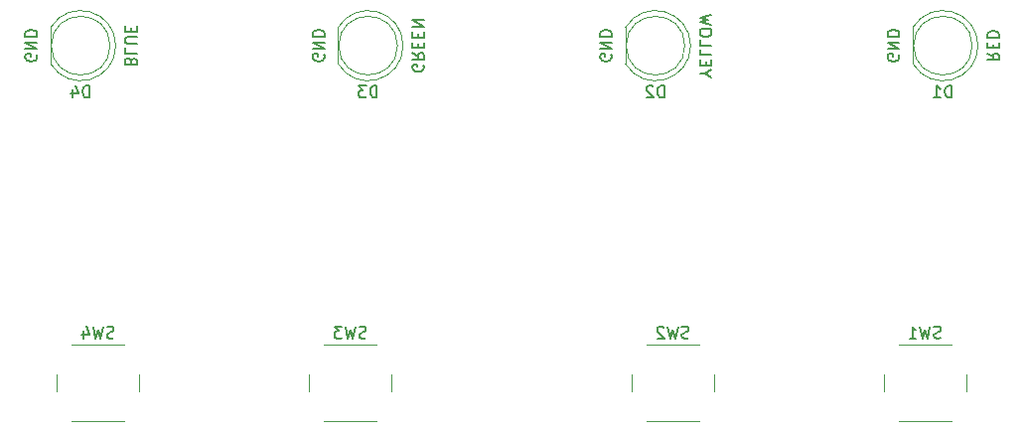
<source format=gbr>
%TF.GenerationSoftware,KiCad,Pcbnew,(5.1.10)-1*%
%TF.CreationDate,2021-11-09T21:09:32+01:00*%
%TF.ProjectId,BuzzerHost,42757a7a-6572-4486-9f73-742e6b696361,1.0*%
%TF.SameCoordinates,Original*%
%TF.FileFunction,Legend,Bot*%
%TF.FilePolarity,Positive*%
%FSLAX46Y46*%
G04 Gerber Fmt 4.6, Leading zero omitted, Abs format (unit mm)*
G04 Created by KiCad (PCBNEW (5.1.10)-1) date 2021-11-09 21:09:32*
%MOMM*%
%LPD*%
G01*
G04 APERTURE LIST*
%ADD10C,0.150000*%
%ADD11C,0.120000*%
G04 APERTURE END LIST*
D10*
X59500000Y-74261904D02*
X59547619Y-74357142D01*
X59547619Y-74500000D01*
X59500000Y-74642857D01*
X59404761Y-74738095D01*
X59309523Y-74785714D01*
X59119047Y-74833333D01*
X58976190Y-74833333D01*
X58785714Y-74785714D01*
X58690476Y-74738095D01*
X58595238Y-74642857D01*
X58547619Y-74500000D01*
X58547619Y-74404761D01*
X58595238Y-74261904D01*
X58642857Y-74214285D01*
X58976190Y-74214285D01*
X58976190Y-74404761D01*
X58547619Y-73785714D02*
X59547619Y-73785714D01*
X58547619Y-73214285D01*
X59547619Y-73214285D01*
X58547619Y-72738095D02*
X59547619Y-72738095D01*
X59547619Y-72500000D01*
X59500000Y-72357142D01*
X59404761Y-72261904D01*
X59309523Y-72214285D01*
X59119047Y-72166666D01*
X58976190Y-72166666D01*
X58785714Y-72214285D01*
X58690476Y-72261904D01*
X58595238Y-72357142D01*
X58547619Y-72500000D01*
X58547619Y-72738095D01*
X84000000Y-74261904D02*
X84047619Y-74357142D01*
X84047619Y-74500000D01*
X84000000Y-74642857D01*
X83904761Y-74738095D01*
X83809523Y-74785714D01*
X83619047Y-74833333D01*
X83476190Y-74833333D01*
X83285714Y-74785714D01*
X83190476Y-74738095D01*
X83095238Y-74642857D01*
X83047619Y-74500000D01*
X83047619Y-74404761D01*
X83095238Y-74261904D01*
X83142857Y-74214285D01*
X83476190Y-74214285D01*
X83476190Y-74404761D01*
X83047619Y-73785714D02*
X84047619Y-73785714D01*
X83047619Y-73214285D01*
X84047619Y-73214285D01*
X83047619Y-72738095D02*
X84047619Y-72738095D01*
X84047619Y-72500000D01*
X84000000Y-72357142D01*
X83904761Y-72261904D01*
X83809523Y-72214285D01*
X83619047Y-72166666D01*
X83476190Y-72166666D01*
X83285714Y-72214285D01*
X83190476Y-72261904D01*
X83095238Y-72357142D01*
X83047619Y-72500000D01*
X83047619Y-72738095D01*
X108500000Y-74261904D02*
X108547619Y-74357142D01*
X108547619Y-74500000D01*
X108500000Y-74642857D01*
X108404761Y-74738095D01*
X108309523Y-74785714D01*
X108119047Y-74833333D01*
X107976190Y-74833333D01*
X107785714Y-74785714D01*
X107690476Y-74738095D01*
X107595238Y-74642857D01*
X107547619Y-74500000D01*
X107547619Y-74404761D01*
X107595238Y-74261904D01*
X107642857Y-74214285D01*
X107976190Y-74214285D01*
X107976190Y-74404761D01*
X107547619Y-73785714D02*
X108547619Y-73785714D01*
X107547619Y-73214285D01*
X108547619Y-73214285D01*
X107547619Y-72738095D02*
X108547619Y-72738095D01*
X108547619Y-72500000D01*
X108500000Y-72357142D01*
X108404761Y-72261904D01*
X108309523Y-72214285D01*
X108119047Y-72166666D01*
X107976190Y-72166666D01*
X107785714Y-72214285D01*
X107690476Y-72261904D01*
X107595238Y-72357142D01*
X107547619Y-72500000D01*
X107547619Y-72738095D01*
X133000000Y-74261904D02*
X133047619Y-74357142D01*
X133047619Y-74500000D01*
X133000000Y-74642857D01*
X132904761Y-74738095D01*
X132809523Y-74785714D01*
X132619047Y-74833333D01*
X132476190Y-74833333D01*
X132285714Y-74785714D01*
X132190476Y-74738095D01*
X132095238Y-74642857D01*
X132047619Y-74500000D01*
X132047619Y-74404761D01*
X132095238Y-74261904D01*
X132142857Y-74214285D01*
X132476190Y-74214285D01*
X132476190Y-74404761D01*
X132047619Y-73785714D02*
X133047619Y-73785714D01*
X132047619Y-73214285D01*
X133047619Y-73214285D01*
X132047619Y-72738095D02*
X133047619Y-72738095D01*
X133047619Y-72500000D01*
X133000000Y-72357142D01*
X132904761Y-72261904D01*
X132809523Y-72214285D01*
X132619047Y-72166666D01*
X132476190Y-72166666D01*
X132285714Y-72214285D01*
X132190476Y-72261904D01*
X132095238Y-72357142D01*
X132047619Y-72500000D01*
X132047619Y-72738095D01*
X67571428Y-74809523D02*
X67523809Y-74666666D01*
X67476190Y-74619047D01*
X67380952Y-74571428D01*
X67238095Y-74571428D01*
X67142857Y-74619047D01*
X67095238Y-74666666D01*
X67047619Y-74761904D01*
X67047619Y-75142857D01*
X68047619Y-75142857D01*
X68047619Y-74809523D01*
X68000000Y-74714285D01*
X67952380Y-74666666D01*
X67857142Y-74619047D01*
X67761904Y-74619047D01*
X67666666Y-74666666D01*
X67619047Y-74714285D01*
X67571428Y-74809523D01*
X67571428Y-75142857D01*
X67047619Y-73666666D02*
X67047619Y-74142857D01*
X68047619Y-74142857D01*
X68047619Y-73333333D02*
X67238095Y-73333333D01*
X67142857Y-73285714D01*
X67095238Y-73238095D01*
X67047619Y-73142857D01*
X67047619Y-72952380D01*
X67095238Y-72857142D01*
X67142857Y-72809523D01*
X67238095Y-72761904D01*
X68047619Y-72761904D01*
X67571428Y-72285714D02*
X67571428Y-71952380D01*
X67047619Y-71809523D02*
X67047619Y-72285714D01*
X68047619Y-72285714D01*
X68047619Y-71809523D01*
X92500000Y-75166666D02*
X92547619Y-75261904D01*
X92547619Y-75404761D01*
X92500000Y-75547619D01*
X92404761Y-75642857D01*
X92309523Y-75690476D01*
X92119047Y-75738095D01*
X91976190Y-75738095D01*
X91785714Y-75690476D01*
X91690476Y-75642857D01*
X91595238Y-75547619D01*
X91547619Y-75404761D01*
X91547619Y-75309523D01*
X91595238Y-75166666D01*
X91642857Y-75119047D01*
X91976190Y-75119047D01*
X91976190Y-75309523D01*
X91547619Y-74119047D02*
X92023809Y-74452380D01*
X91547619Y-74690476D02*
X92547619Y-74690476D01*
X92547619Y-74309523D01*
X92500000Y-74214285D01*
X92452380Y-74166666D01*
X92357142Y-74119047D01*
X92214285Y-74119047D01*
X92119047Y-74166666D01*
X92071428Y-74214285D01*
X92023809Y-74309523D01*
X92023809Y-74690476D01*
X92071428Y-73690476D02*
X92071428Y-73357142D01*
X91547619Y-73214285D02*
X91547619Y-73690476D01*
X92547619Y-73690476D01*
X92547619Y-73214285D01*
X92071428Y-72785714D02*
X92071428Y-72452380D01*
X91547619Y-72309523D02*
X91547619Y-72785714D01*
X92547619Y-72785714D01*
X92547619Y-72309523D01*
X91547619Y-71880952D02*
X92547619Y-71880952D01*
X91547619Y-71309523D01*
X92547619Y-71309523D01*
X116523809Y-75857142D02*
X116047619Y-75857142D01*
X117047619Y-76190476D02*
X116523809Y-75857142D01*
X117047619Y-75523809D01*
X116571428Y-75190476D02*
X116571428Y-74857142D01*
X116047619Y-74714285D02*
X116047619Y-75190476D01*
X117047619Y-75190476D01*
X117047619Y-74714285D01*
X116047619Y-73809523D02*
X116047619Y-74285714D01*
X117047619Y-74285714D01*
X116047619Y-73000000D02*
X116047619Y-73476190D01*
X117047619Y-73476190D01*
X117047619Y-72476190D02*
X117047619Y-72285714D01*
X117000000Y-72190476D01*
X116904761Y-72095238D01*
X116714285Y-72047619D01*
X116380952Y-72047619D01*
X116190476Y-72095238D01*
X116095238Y-72190476D01*
X116047619Y-72285714D01*
X116047619Y-72476190D01*
X116095238Y-72571428D01*
X116190476Y-72666666D01*
X116380952Y-72714285D01*
X116714285Y-72714285D01*
X116904761Y-72666666D01*
X117000000Y-72571428D01*
X117047619Y-72476190D01*
X117047619Y-71714285D02*
X116047619Y-71476190D01*
X116761904Y-71285714D01*
X116047619Y-71095238D01*
X117047619Y-70857142D01*
X140547619Y-74142857D02*
X141023809Y-74476190D01*
X140547619Y-74714285D02*
X141547619Y-74714285D01*
X141547619Y-74333333D01*
X141500000Y-74238095D01*
X141452380Y-74190476D01*
X141357142Y-74142857D01*
X141214285Y-74142857D01*
X141119047Y-74190476D01*
X141071428Y-74238095D01*
X141023809Y-74333333D01*
X141023809Y-74714285D01*
X141071428Y-73714285D02*
X141071428Y-73380952D01*
X140547619Y-73238095D02*
X140547619Y-73714285D01*
X141547619Y-73714285D01*
X141547619Y-73238095D01*
X140547619Y-72809523D02*
X141547619Y-72809523D01*
X141547619Y-72571428D01*
X141500000Y-72428571D01*
X141404761Y-72333333D01*
X141309523Y-72285714D01*
X141119047Y-72238095D01*
X140976190Y-72238095D01*
X140785714Y-72285714D01*
X140690476Y-72333333D01*
X140595238Y-72428571D01*
X140547619Y-72571428D01*
X140547619Y-72809523D01*
D11*
%TO.C,SW1*%
X137500000Y-105500000D02*
X133000000Y-105500000D01*
X138750000Y-101500000D02*
X138750000Y-103000000D01*
X133000000Y-99000000D02*
X137500000Y-99000000D01*
X131750000Y-103000000D02*
X131750000Y-101500000D01*
%TO.C,D1*%
X139270000Y-73500000D02*
G75*
G03*
X139270000Y-73500000I-2500000J0D01*
G01*
X134210000Y-75045000D02*
X134210000Y-71955000D01*
X139760000Y-73500462D02*
G75*
G03*
X134210000Y-71955170I-2990000J462D01*
G01*
X139760000Y-73499538D02*
G75*
G02*
X134210000Y-75044830I-2990000J-462D01*
G01*
%TO.C,D2*%
X109710000Y-75045000D02*
X109710000Y-71955000D01*
X114770000Y-73500000D02*
G75*
G03*
X114770000Y-73500000I-2500000J0D01*
G01*
X115260000Y-73499538D02*
G75*
G02*
X109710000Y-75044830I-2990000J-462D01*
G01*
X115260000Y-73500462D02*
G75*
G03*
X109710000Y-71955170I-2990000J462D01*
G01*
%TO.C,D3*%
X90270000Y-73500000D02*
G75*
G03*
X90270000Y-73500000I-2500000J0D01*
G01*
X85210000Y-75045000D02*
X85210000Y-71955000D01*
X90760000Y-73500462D02*
G75*
G03*
X85210000Y-71955170I-2990000J462D01*
G01*
X90760000Y-73499538D02*
G75*
G02*
X85210000Y-75044830I-2990000J-462D01*
G01*
%TO.C,D4*%
X60710000Y-75045000D02*
X60710000Y-71955000D01*
X65770000Y-73500000D02*
G75*
G03*
X65770000Y-73500000I-2500000J0D01*
G01*
X66260000Y-73499538D02*
G75*
G02*
X60710000Y-75044830I-2990000J-462D01*
G01*
X66260000Y-73500462D02*
G75*
G03*
X60710000Y-71955170I-2990000J462D01*
G01*
%TO.C,SW2*%
X110250000Y-103000000D02*
X110250000Y-101500000D01*
X111500000Y-99000000D02*
X116000000Y-99000000D01*
X117250000Y-101500000D02*
X117250000Y-103000000D01*
X116000000Y-105500000D02*
X111500000Y-105500000D01*
%TO.C,SW3*%
X88500000Y-105500000D02*
X84000000Y-105500000D01*
X89750000Y-101500000D02*
X89750000Y-103000000D01*
X84000000Y-99000000D02*
X88500000Y-99000000D01*
X82750000Y-103000000D02*
X82750000Y-101500000D01*
%TO.C,SW4*%
X61250000Y-103000000D02*
X61250000Y-101500000D01*
X62500000Y-99000000D02*
X67000000Y-99000000D01*
X68250000Y-101500000D02*
X68250000Y-103000000D01*
X67000000Y-105500000D02*
X62500000Y-105500000D01*
%TO.C,SW1*%
D10*
X136583333Y-98404761D02*
X136440476Y-98452380D01*
X136202380Y-98452380D01*
X136107142Y-98404761D01*
X136059523Y-98357142D01*
X136011904Y-98261904D01*
X136011904Y-98166666D01*
X136059523Y-98071428D01*
X136107142Y-98023809D01*
X136202380Y-97976190D01*
X136392857Y-97928571D01*
X136488095Y-97880952D01*
X136535714Y-97833333D01*
X136583333Y-97738095D01*
X136583333Y-97642857D01*
X136535714Y-97547619D01*
X136488095Y-97500000D01*
X136392857Y-97452380D01*
X136154761Y-97452380D01*
X136011904Y-97500000D01*
X135678571Y-97452380D02*
X135440476Y-98452380D01*
X135250000Y-97738095D01*
X135059523Y-98452380D01*
X134821428Y-97452380D01*
X133916666Y-98452380D02*
X134488095Y-98452380D01*
X134202380Y-98452380D02*
X134202380Y-97452380D01*
X134297619Y-97595238D01*
X134392857Y-97690476D01*
X134488095Y-97738095D01*
%TO.C,D1*%
X137508095Y-77912380D02*
X137508095Y-76912380D01*
X137270000Y-76912380D01*
X137127142Y-76960000D01*
X137031904Y-77055238D01*
X136984285Y-77150476D01*
X136936666Y-77340952D01*
X136936666Y-77483809D01*
X136984285Y-77674285D01*
X137031904Y-77769523D01*
X137127142Y-77864761D01*
X137270000Y-77912380D01*
X137508095Y-77912380D01*
X135984285Y-77912380D02*
X136555714Y-77912380D01*
X136270000Y-77912380D02*
X136270000Y-76912380D01*
X136365238Y-77055238D01*
X136460476Y-77150476D01*
X136555714Y-77198095D01*
%TO.C,D2*%
X113008095Y-77912380D02*
X113008095Y-76912380D01*
X112770000Y-76912380D01*
X112627142Y-76960000D01*
X112531904Y-77055238D01*
X112484285Y-77150476D01*
X112436666Y-77340952D01*
X112436666Y-77483809D01*
X112484285Y-77674285D01*
X112531904Y-77769523D01*
X112627142Y-77864761D01*
X112770000Y-77912380D01*
X113008095Y-77912380D01*
X112055714Y-77007619D02*
X112008095Y-76960000D01*
X111912857Y-76912380D01*
X111674761Y-76912380D01*
X111579523Y-76960000D01*
X111531904Y-77007619D01*
X111484285Y-77102857D01*
X111484285Y-77198095D01*
X111531904Y-77340952D01*
X112103333Y-77912380D01*
X111484285Y-77912380D01*
%TO.C,D3*%
X88508095Y-77912380D02*
X88508095Y-76912380D01*
X88270000Y-76912380D01*
X88127142Y-76960000D01*
X88031904Y-77055238D01*
X87984285Y-77150476D01*
X87936666Y-77340952D01*
X87936666Y-77483809D01*
X87984285Y-77674285D01*
X88031904Y-77769523D01*
X88127142Y-77864761D01*
X88270000Y-77912380D01*
X88508095Y-77912380D01*
X87603333Y-76912380D02*
X86984285Y-76912380D01*
X87317619Y-77293333D01*
X87174761Y-77293333D01*
X87079523Y-77340952D01*
X87031904Y-77388571D01*
X86984285Y-77483809D01*
X86984285Y-77721904D01*
X87031904Y-77817142D01*
X87079523Y-77864761D01*
X87174761Y-77912380D01*
X87460476Y-77912380D01*
X87555714Y-77864761D01*
X87603333Y-77817142D01*
%TO.C,D4*%
X64008095Y-77912380D02*
X64008095Y-76912380D01*
X63770000Y-76912380D01*
X63627142Y-76960000D01*
X63531904Y-77055238D01*
X63484285Y-77150476D01*
X63436666Y-77340952D01*
X63436666Y-77483809D01*
X63484285Y-77674285D01*
X63531904Y-77769523D01*
X63627142Y-77864761D01*
X63770000Y-77912380D01*
X64008095Y-77912380D01*
X62579523Y-77245714D02*
X62579523Y-77912380D01*
X62817619Y-76864761D02*
X63055714Y-77579047D01*
X62436666Y-77579047D01*
%TO.C,SW2*%
X115083333Y-98404761D02*
X114940476Y-98452380D01*
X114702380Y-98452380D01*
X114607142Y-98404761D01*
X114559523Y-98357142D01*
X114511904Y-98261904D01*
X114511904Y-98166666D01*
X114559523Y-98071428D01*
X114607142Y-98023809D01*
X114702380Y-97976190D01*
X114892857Y-97928571D01*
X114988095Y-97880952D01*
X115035714Y-97833333D01*
X115083333Y-97738095D01*
X115083333Y-97642857D01*
X115035714Y-97547619D01*
X114988095Y-97500000D01*
X114892857Y-97452380D01*
X114654761Y-97452380D01*
X114511904Y-97500000D01*
X114178571Y-97452380D02*
X113940476Y-98452380D01*
X113750000Y-97738095D01*
X113559523Y-98452380D01*
X113321428Y-97452380D01*
X112988095Y-97547619D02*
X112940476Y-97500000D01*
X112845238Y-97452380D01*
X112607142Y-97452380D01*
X112511904Y-97500000D01*
X112464285Y-97547619D01*
X112416666Y-97642857D01*
X112416666Y-97738095D01*
X112464285Y-97880952D01*
X113035714Y-98452380D01*
X112416666Y-98452380D01*
%TO.C,SW3*%
X87583333Y-98404761D02*
X87440476Y-98452380D01*
X87202380Y-98452380D01*
X87107142Y-98404761D01*
X87059523Y-98357142D01*
X87011904Y-98261904D01*
X87011904Y-98166666D01*
X87059523Y-98071428D01*
X87107142Y-98023809D01*
X87202380Y-97976190D01*
X87392857Y-97928571D01*
X87488095Y-97880952D01*
X87535714Y-97833333D01*
X87583333Y-97738095D01*
X87583333Y-97642857D01*
X87535714Y-97547619D01*
X87488095Y-97500000D01*
X87392857Y-97452380D01*
X87154761Y-97452380D01*
X87011904Y-97500000D01*
X86678571Y-97452380D02*
X86440476Y-98452380D01*
X86250000Y-97738095D01*
X86059523Y-98452380D01*
X85821428Y-97452380D01*
X85535714Y-97452380D02*
X84916666Y-97452380D01*
X85250000Y-97833333D01*
X85107142Y-97833333D01*
X85011904Y-97880952D01*
X84964285Y-97928571D01*
X84916666Y-98023809D01*
X84916666Y-98261904D01*
X84964285Y-98357142D01*
X85011904Y-98404761D01*
X85107142Y-98452380D01*
X85392857Y-98452380D01*
X85488095Y-98404761D01*
X85535714Y-98357142D01*
%TO.C,SW4*%
X66083333Y-98404761D02*
X65940476Y-98452380D01*
X65702380Y-98452380D01*
X65607142Y-98404761D01*
X65559523Y-98357142D01*
X65511904Y-98261904D01*
X65511904Y-98166666D01*
X65559523Y-98071428D01*
X65607142Y-98023809D01*
X65702380Y-97976190D01*
X65892857Y-97928571D01*
X65988095Y-97880952D01*
X66035714Y-97833333D01*
X66083333Y-97738095D01*
X66083333Y-97642857D01*
X66035714Y-97547619D01*
X65988095Y-97500000D01*
X65892857Y-97452380D01*
X65654761Y-97452380D01*
X65511904Y-97500000D01*
X65178571Y-97452380D02*
X64940476Y-98452380D01*
X64750000Y-97738095D01*
X64559523Y-98452380D01*
X64321428Y-97452380D01*
X63511904Y-97785714D02*
X63511904Y-98452380D01*
X63750000Y-97404761D02*
X63988095Y-98119047D01*
X63369047Y-98119047D01*
%TD*%
M02*

</source>
